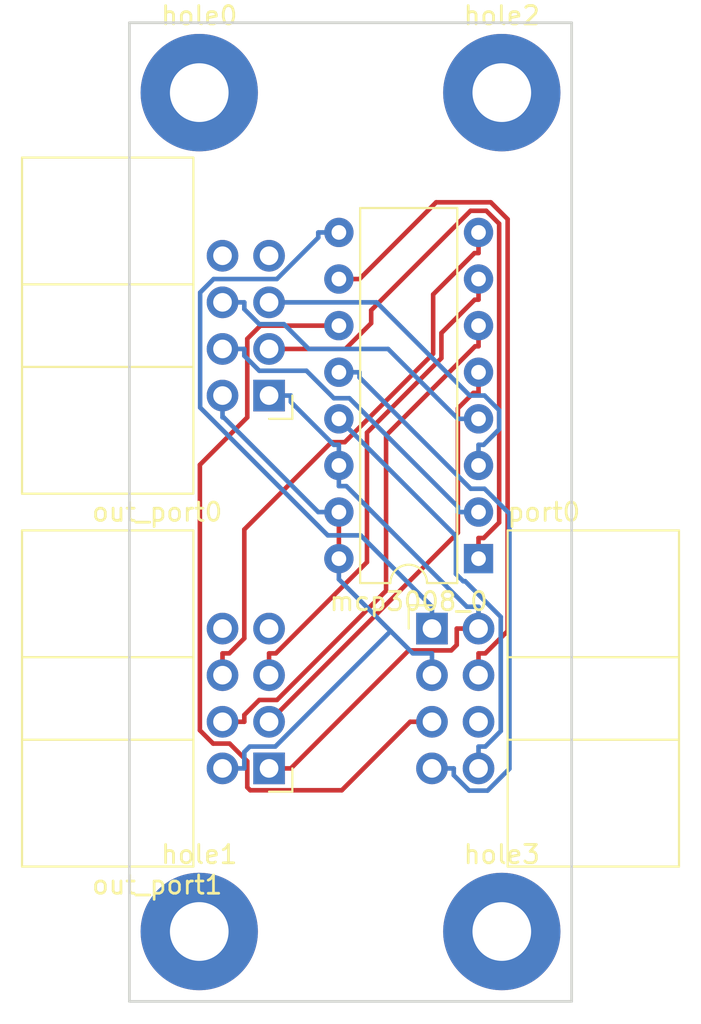
<source format=kicad_pcb>
(kicad_pcb (version 20171130) (host pcbnew 5.1.5)

  (general
    (thickness 1.6)
    (drawings 4)
    (tracks 151)
    (zones 0)
    (modules 8)
    (nets 16)
  )

  (page A4)
  (layers
    (0 F.Cu signal)
    (31 B.Cu signal)
    (32 B.Adhes user)
    (33 F.Adhes user)
    (34 B.Paste user)
    (35 F.Paste user)
    (36 B.SilkS user)
    (37 F.SilkS user)
    (38 B.Mask user)
    (39 F.Mask user)
    (40 Dwgs.User user)
    (41 Cmts.User user)
    (42 Eco1.User user)
    (43 Eco2.User user)
    (44 Edge.Cuts user)
    (45 Margin user)
    (46 B.CrtYd user)
    (47 F.CrtYd user)
    (48 B.Fab user)
    (49 F.Fab user)
  )

  (setup
    (last_trace_width 0.25)
    (trace_clearance 0.2)
    (zone_clearance 0.508)
    (zone_45_only no)
    (trace_min 0.2)
    (via_size 0.8)
    (via_drill 0.4)
    (via_min_size 0.4)
    (via_min_drill 0.3)
    (uvia_size 0.3)
    (uvia_drill 0.1)
    (uvias_allowed no)
    (uvia_min_size 0.2)
    (uvia_min_drill 0.1)
    (edge_width 0.15)
    (segment_width 0.2)
    (pcb_text_width 0.3)
    (pcb_text_size 1.5 1.5)
    (mod_edge_width 0.15)
    (mod_text_size 1 1)
    (mod_text_width 0.15)
    (pad_size 1.524 1.524)
    (pad_drill 0.762)
    (pad_to_mask_clearance 0.051)
    (solder_mask_min_width 0.25)
    (aux_axis_origin 0 0)
    (visible_elements 7FFFFFFF)
    (pcbplotparams
      (layerselection 0x010fc_ffffffff)
      (usegerberextensions false)
      (usegerberattributes false)
      (usegerberadvancedattributes false)
      (creategerberjobfile false)
      (excludeedgelayer true)
      (linewidth 0.100000)
      (plotframeref false)
      (viasonmask false)
      (mode 1)
      (useauxorigin false)
      (hpglpennumber 1)
      (hpglpenspeed 20)
      (hpglpendiameter 15.000000)
      (psnegative false)
      (psa4output false)
      (plotreference true)
      (plotvalue true)
      (plotinvisibletext false)
      (padsonsilk false)
      (subtractmaskfromsilk false)
      (outputformat 1)
      (mirror false)
      (drillshape 1)
      (scaleselection 1)
      (outputdirectory ""))
  )

  (net 0 "")
  (net 1 3.3v)
  (net 2 slider0)
  (net 3 agnd)
  (net 4 slider4)
  (net 5 slider1)
  (net 6 slider5)
  (net 7 slider2)
  (net 8 slider6)
  (net 9 slider3)
  (net 10 slider7)
  (net 11 gnd)
  (net 12 cs3008)
  (net 13 mosi)
  (net 14 miso)
  (net 15 sck)

  (net_class Default "This is the default net class."
    (clearance 0.2)
    (trace_width 0.25)
    (via_dia 0.8)
    (via_drill 0.4)
    (uvia_dia 0.3)
    (uvia_drill 0.1)
    (add_net 3.3v)
    (add_net agnd)
    (add_net cs3008)
    (add_net gnd)
    (add_net miso)
    (add_net mosi)
    (add_net sck)
    (add_net slider0)
    (add_net slider1)
    (add_net slider2)
    (add_net slider3)
    (add_net slider4)
    (add_net slider5)
    (add_net slider6)
    (add_net slider7)
  )

  (module Connector_IDC:IDC-Header_2x04_P2.54mm_Horizontal (layer F.Cu) (tedit 59DE1EC1) (tstamp 5E418010)
    (at 166.37 76.2 180)
    (descr "Through hole angled IDC box header, 2x04, 2.54mm pitch, double rows")
    (tags "Through hole IDC box header THT 2x04 2.54mm double row")
    (path /5CA51B0A/5E41CCB9)
    (fp_text reference out_port1 (at 6.105 -6.35) (layer F.SilkS)
      (effects (font (size 1 1) (thickness 0.15)))
    )
    (fp_text value Conn_02x04_Odd_Even (at 6.105 13.97) (layer F.Fab)
      (effects (font (size 1 1) (thickness 0.15)))
    )
    (fp_line (start 13.48 12.97) (end -1.12 12.97) (layer F.CrtYd) (width 0.05))
    (fp_line (start 13.48 -5.35) (end 13.48 12.97) (layer F.CrtYd) (width 0.05))
    (fp_line (start -1.12 12.97) (end -1.12 -5.35) (layer F.CrtYd) (width 0.05))
    (fp_line (start -1.12 -5.35) (end 13.48 -5.35) (layer F.CrtYd) (width 0.05))
    (fp_line (start 4.13 6.06) (end 13.48 6.06) (layer F.SilkS) (width 0.12))
    (fp_line (start 4.13 12.97) (end 4.13 -5.35) (layer F.SilkS) (width 0.12))
    (fp_line (start 4.13 12.97) (end 13.48 12.97) (layer F.SilkS) (width 0.12))
    (fp_line (start 4.13 1.56) (end 13.48 1.56) (layer F.SilkS) (width 0.12))
    (fp_line (start 4.13 -5.35) (end 13.48 -5.35) (layer F.SilkS) (width 0.12))
    (fp_line (start 13.48 -5.35) (end 13.48 12.97) (layer F.SilkS) (width 0.12))
    (fp_line (start 0 -1.27) (end -1.27 -1.27) (layer F.SilkS) (width 0.12))
    (fp_line (start -1.27 -1.27) (end -1.27 0) (layer F.SilkS) (width 0.12))
    (fp_line (start 5.38 -5.1) (end 13.23 -5.1) (layer F.Fab) (width 0.1))
    (fp_line (start 4.38 7.3) (end -0.32 7.3) (layer F.Fab) (width 0.1))
    (fp_line (start 4.38 6.06) (end 13.23 6.06) (layer F.Fab) (width 0.1))
    (fp_line (start 4.38 4.76) (end -0.32 4.76) (layer F.Fab) (width 0.1))
    (fp_line (start 4.38 2.22) (end -0.32 2.22) (layer F.Fab) (width 0.1))
    (fp_line (start 4.38 12.72) (end 4.38 -4.1) (layer F.Fab) (width 0.1))
    (fp_line (start 4.38 12.72) (end 13.23 12.72) (layer F.Fab) (width 0.1))
    (fp_line (start 4.38 1.56) (end 13.23 1.56) (layer F.Fab) (width 0.1))
    (fp_line (start 4.38 -4.1) (end 5.38 -5.1) (layer F.Fab) (width 0.1))
    (fp_line (start 4.38 -0.32) (end -0.32 -0.32) (layer F.Fab) (width 0.1))
    (fp_line (start 13.23 12.72) (end 13.23 -5.1) (layer F.Fab) (width 0.1))
    (fp_line (start -0.32 7.94) (end 4.38 7.94) (layer F.Fab) (width 0.1))
    (fp_line (start -0.32 7.3) (end -0.32 7.94) (layer F.Fab) (width 0.1))
    (fp_line (start -0.32 5.4) (end 4.38 5.4) (layer F.Fab) (width 0.1))
    (fp_line (start -0.32 4.76) (end -0.32 5.4) (layer F.Fab) (width 0.1))
    (fp_line (start -0.32 2.86) (end 4.38 2.86) (layer F.Fab) (width 0.1))
    (fp_line (start -0.32 2.22) (end -0.32 2.86) (layer F.Fab) (width 0.1))
    (fp_line (start -0.32 0.32) (end 4.38 0.32) (layer F.Fab) (width 0.1))
    (fp_line (start -0.32 -0.32) (end -0.32 0.32) (layer F.Fab) (width 0.1))
    (fp_text user %R (at 8.805 3.81 90) (layer F.Fab)
      (effects (font (size 1 1) (thickness 0.15)))
    )
    (pad 8 thru_hole oval (at 2.54 7.62 180) (size 1.7272 1.7272) (drill 1.016) (layers *.Cu *.Mask))
    (pad 7 thru_hole oval (at 0 7.62 180) (size 1.7272 1.7272) (drill 1.016) (layers *.Cu *.Mask))
    (pad 6 thru_hole oval (at 2.54 5.08 180) (size 1.7272 1.7272) (drill 1.016) (layers *.Cu *.Mask)
      (net 10 slider7))
    (pad 5 thru_hole oval (at 0 5.08 180) (size 1.7272 1.7272) (drill 1.016) (layers *.Cu *.Mask)
      (net 8 slider6))
    (pad 4 thru_hole oval (at 2.54 2.54 180) (size 1.7272 1.7272) (drill 1.016) (layers *.Cu *.Mask)
      (net 6 slider5))
    (pad 3 thru_hole oval (at 0 2.54 180) (size 1.7272 1.7272) (drill 1.016) (layers *.Cu *.Mask)
      (net 4 slider4))
    (pad 2 thru_hole oval (at 2.54 0 180) (size 1.7272 1.7272) (drill 1.016) (layers *.Cu *.Mask)
      (net 1 3.3v))
    (pad 1 thru_hole rect (at 0 0 180) (size 1.7272 1.7272) (drill 1.016) (layers *.Cu *.Mask)
      (net 3 agnd))
    (model ${KISYS3DMOD}/Connector_IDC.3dshapes/IDC-Header_2x04_P2.54mm_Horizontal.wrl
      (at (xyz 0 0 0))
      (scale (xyz 1 1 1))
      (rotate (xyz 0 0 0))
    )
  )

  (module Connector_IDC:IDC-Header_2x04_P2.54mm_Horizontal (layer F.Cu) (tedit 59DE1EC1) (tstamp 5E417FE4)
    (at 166.37 55.88 180)
    (descr "Through hole angled IDC box header, 2x04, 2.54mm pitch, double rows")
    (tags "Through hole IDC box header THT 2x04 2.54mm double row")
    (path /5CA51B0A/5E41C802)
    (fp_text reference out_port0 (at 6.105 -6.35) (layer F.SilkS)
      (effects (font (size 1 1) (thickness 0.15)))
    )
    (fp_text value Conn_02x04_Odd_Even (at 6.105 13.97) (layer F.Fab)
      (effects (font (size 1 1) (thickness 0.15)))
    )
    (fp_line (start 13.48 12.97) (end -1.12 12.97) (layer F.CrtYd) (width 0.05))
    (fp_line (start 13.48 -5.35) (end 13.48 12.97) (layer F.CrtYd) (width 0.05))
    (fp_line (start -1.12 12.97) (end -1.12 -5.35) (layer F.CrtYd) (width 0.05))
    (fp_line (start -1.12 -5.35) (end 13.48 -5.35) (layer F.CrtYd) (width 0.05))
    (fp_line (start 4.13 6.06) (end 13.48 6.06) (layer F.SilkS) (width 0.12))
    (fp_line (start 4.13 12.97) (end 4.13 -5.35) (layer F.SilkS) (width 0.12))
    (fp_line (start 4.13 12.97) (end 13.48 12.97) (layer F.SilkS) (width 0.12))
    (fp_line (start 4.13 1.56) (end 13.48 1.56) (layer F.SilkS) (width 0.12))
    (fp_line (start 4.13 -5.35) (end 13.48 -5.35) (layer F.SilkS) (width 0.12))
    (fp_line (start 13.48 -5.35) (end 13.48 12.97) (layer F.SilkS) (width 0.12))
    (fp_line (start 0 -1.27) (end -1.27 -1.27) (layer F.SilkS) (width 0.12))
    (fp_line (start -1.27 -1.27) (end -1.27 0) (layer F.SilkS) (width 0.12))
    (fp_line (start 5.38 -5.1) (end 13.23 -5.1) (layer F.Fab) (width 0.1))
    (fp_line (start 4.38 7.3) (end -0.32 7.3) (layer F.Fab) (width 0.1))
    (fp_line (start 4.38 6.06) (end 13.23 6.06) (layer F.Fab) (width 0.1))
    (fp_line (start 4.38 4.76) (end -0.32 4.76) (layer F.Fab) (width 0.1))
    (fp_line (start 4.38 2.22) (end -0.32 2.22) (layer F.Fab) (width 0.1))
    (fp_line (start 4.38 12.72) (end 4.38 -4.1) (layer F.Fab) (width 0.1))
    (fp_line (start 4.38 12.72) (end 13.23 12.72) (layer F.Fab) (width 0.1))
    (fp_line (start 4.38 1.56) (end 13.23 1.56) (layer F.Fab) (width 0.1))
    (fp_line (start 4.38 -4.1) (end 5.38 -5.1) (layer F.Fab) (width 0.1))
    (fp_line (start 4.38 -0.32) (end -0.32 -0.32) (layer F.Fab) (width 0.1))
    (fp_line (start 13.23 12.72) (end 13.23 -5.1) (layer F.Fab) (width 0.1))
    (fp_line (start -0.32 7.94) (end 4.38 7.94) (layer F.Fab) (width 0.1))
    (fp_line (start -0.32 7.3) (end -0.32 7.94) (layer F.Fab) (width 0.1))
    (fp_line (start -0.32 5.4) (end 4.38 5.4) (layer F.Fab) (width 0.1))
    (fp_line (start -0.32 4.76) (end -0.32 5.4) (layer F.Fab) (width 0.1))
    (fp_line (start -0.32 2.86) (end 4.38 2.86) (layer F.Fab) (width 0.1))
    (fp_line (start -0.32 2.22) (end -0.32 2.86) (layer F.Fab) (width 0.1))
    (fp_line (start -0.32 0.32) (end 4.38 0.32) (layer F.Fab) (width 0.1))
    (fp_line (start -0.32 -0.32) (end -0.32 0.32) (layer F.Fab) (width 0.1))
    (fp_text user %R (at 8.805 3.81 90) (layer F.Fab)
      (effects (font (size 1 1) (thickness 0.15)))
    )
    (pad 8 thru_hole oval (at 2.54 7.62 180) (size 1.7272 1.7272) (drill 1.016) (layers *.Cu *.Mask))
    (pad 7 thru_hole oval (at 0 7.62 180) (size 1.7272 1.7272) (drill 1.016) (layers *.Cu *.Mask))
    (pad 6 thru_hole oval (at 2.54 5.08 180) (size 1.7272 1.7272) (drill 1.016) (layers *.Cu *.Mask)
      (net 9 slider3))
    (pad 5 thru_hole oval (at 0 5.08 180) (size 1.7272 1.7272) (drill 1.016) (layers *.Cu *.Mask)
      (net 7 slider2))
    (pad 4 thru_hole oval (at 2.54 2.54 180) (size 1.7272 1.7272) (drill 1.016) (layers *.Cu *.Mask)
      (net 5 slider1))
    (pad 3 thru_hole oval (at 0 2.54 180) (size 1.7272 1.7272) (drill 1.016) (layers *.Cu *.Mask)
      (net 2 slider0))
    (pad 2 thru_hole oval (at 2.54 0 180) (size 1.7272 1.7272) (drill 1.016) (layers *.Cu *.Mask)
      (net 1 3.3v))
    (pad 1 thru_hole rect (at 0 0 180) (size 1.7272 1.7272) (drill 1.016) (layers *.Cu *.Mask)
      (net 3 agnd))
    (model ${KISYS3DMOD}/Connector_IDC.3dshapes/IDC-Header_2x04_P2.54mm_Horizontal.wrl
      (at (xyz 0 0 0))
      (scale (xyz 1 1 1))
      (rotate (xyz 0 0 0))
    )
  )

  (module Connector_IDC:IDC-Header_2x04_P2.54mm_Horizontal (layer F.Cu) (tedit 59DE1EC1) (tstamp 5CB0FFE5)
    (at 175.26 68.58)
    (descr "Through hole angled IDC box header, 2x04, 2.54mm pitch, double rows")
    (tags "Through hole IDC box header THT 2x04 2.54mm double row")
    (path /5CA51B04/5C906725)
    (fp_text reference port0 (at 6.105 -6.35 -180) (layer F.SilkS)
      (effects (font (size 1 1) (thickness 0.15)))
    )
    (fp_text value Conn_02x04_Odd_Even (at 6.105 13.97 -180) (layer F.Fab)
      (effects (font (size 1 1) (thickness 0.15)))
    )
    (fp_text user %R (at 8.805 3.81 90) (layer F.Fab)
      (effects (font (size 1 1) (thickness 0.15)))
    )
    (fp_line (start -0.32 -0.32) (end -0.32 0.32) (layer F.Fab) (width 0.1))
    (fp_line (start -0.32 0.32) (end 4.38 0.32) (layer F.Fab) (width 0.1))
    (fp_line (start -0.32 2.22) (end -0.32 2.86) (layer F.Fab) (width 0.1))
    (fp_line (start -0.32 2.86) (end 4.38 2.86) (layer F.Fab) (width 0.1))
    (fp_line (start -0.32 4.76) (end -0.32 5.4) (layer F.Fab) (width 0.1))
    (fp_line (start -0.32 5.4) (end 4.38 5.4) (layer F.Fab) (width 0.1))
    (fp_line (start -0.32 7.3) (end -0.32 7.94) (layer F.Fab) (width 0.1))
    (fp_line (start -0.32 7.94) (end 4.38 7.94) (layer F.Fab) (width 0.1))
    (fp_line (start 13.23 12.72) (end 13.23 -5.1) (layer F.Fab) (width 0.1))
    (fp_line (start 4.38 -0.32) (end -0.32 -0.32) (layer F.Fab) (width 0.1))
    (fp_line (start 4.38 -4.1) (end 5.38 -5.1) (layer F.Fab) (width 0.1))
    (fp_line (start 4.38 1.56) (end 13.23 1.56) (layer F.Fab) (width 0.1))
    (fp_line (start 4.38 12.72) (end 13.23 12.72) (layer F.Fab) (width 0.1))
    (fp_line (start 4.38 12.72) (end 4.38 -4.1) (layer F.Fab) (width 0.1))
    (fp_line (start 4.38 2.22) (end -0.32 2.22) (layer F.Fab) (width 0.1))
    (fp_line (start 4.38 4.76) (end -0.32 4.76) (layer F.Fab) (width 0.1))
    (fp_line (start 4.38 6.06) (end 13.23 6.06) (layer F.Fab) (width 0.1))
    (fp_line (start 4.38 7.3) (end -0.32 7.3) (layer F.Fab) (width 0.1))
    (fp_line (start 5.38 -5.1) (end 13.23 -5.1) (layer F.Fab) (width 0.1))
    (fp_line (start -1.27 -1.27) (end -1.27 0) (layer F.SilkS) (width 0.12))
    (fp_line (start 0 -1.27) (end -1.27 -1.27) (layer F.SilkS) (width 0.12))
    (fp_line (start 13.48 -5.35) (end 13.48 12.97) (layer F.SilkS) (width 0.12))
    (fp_line (start 4.13 -5.35) (end 13.48 -5.35) (layer F.SilkS) (width 0.12))
    (fp_line (start 4.13 1.56) (end 13.48 1.56) (layer F.SilkS) (width 0.12))
    (fp_line (start 4.13 12.97) (end 13.48 12.97) (layer F.SilkS) (width 0.12))
    (fp_line (start 4.13 12.97) (end 4.13 -5.35) (layer F.SilkS) (width 0.12))
    (fp_line (start 4.13 6.06) (end 13.48 6.06) (layer F.SilkS) (width 0.12))
    (fp_line (start -1.12 -5.35) (end 13.48 -5.35) (layer F.CrtYd) (width 0.05))
    (fp_line (start -1.12 12.97) (end -1.12 -5.35) (layer F.CrtYd) (width 0.05))
    (fp_line (start 13.48 -5.35) (end 13.48 12.97) (layer F.CrtYd) (width 0.05))
    (fp_line (start 13.48 12.97) (end -1.12 12.97) (layer F.CrtYd) (width 0.05))
    (pad 1 thru_hole rect (at 0 0) (size 1.7272 1.7272) (drill 1.016) (layers *.Cu *.Mask)
      (net 11 gnd))
    (pad 2 thru_hole oval (at 2.54 0) (size 1.7272 1.7272) (drill 1.016) (layers *.Cu *.Mask)
      (net 3 agnd))
    (pad 3 thru_hole oval (at 0 2.54) (size 1.7272 1.7272) (drill 1.016) (layers *.Cu *.Mask)
      (net 1 3.3v))
    (pad 4 thru_hole oval (at 2.54 2.54) (size 1.7272 1.7272) (drill 1.016) (layers *.Cu *.Mask)
      (net 12 cs3008))
    (pad 5 thru_hole oval (at 0 5.08) (size 1.7272 1.7272) (drill 1.016) (layers *.Cu *.Mask)
      (net 13 mosi))
    (pad 6 thru_hole oval (at 2.54 5.08) (size 1.7272 1.7272) (drill 1.016) (layers *.Cu *.Mask))
    (pad 7 thru_hole oval (at 0 7.62) (size 1.7272 1.7272) (drill 1.016) (layers *.Cu *.Mask)
      (net 14 miso))
    (pad 8 thru_hole oval (at 2.54 7.62) (size 1.7272 1.7272) (drill 1.016) (layers *.Cu *.Mask)
      (net 15 sck))
    (model ${KISYS3DMOD}/Connector_IDC.3dshapes/IDC-Header_2x04_P2.54mm_Horizontal.wrl
      (at (xyz 0 0 0))
      (scale (xyz 1 1 1))
      (rotate (xyz 0 0 0))
    )
  )

  (module Package_DIP:DIP-16_W7.62mm (layer F.Cu) (tedit 5A02E8C5) (tstamp 5CB0FF81)
    (at 177.8 64.77 180)
    (descr "16-lead though-hole mounted DIP package, row spacing 7.62 mm (300 mils)")
    (tags "THT DIP DIL PDIP 2.54mm 7.62mm 300mil")
    (path /5CA51B07/5C9070DE)
    (fp_text reference mcp3008_0 (at 3.81 -2.33) (layer F.SilkS)
      (effects (font (size 1 1) (thickness 0.15)))
    )
    (fp_text value MCP3008 (at 3.81 20.11) (layer F.Fab)
      (effects (font (size 1 1) (thickness 0.15)))
    )
    (fp_arc (start 3.81 -1.33) (end 2.81 -1.33) (angle -180) (layer F.SilkS) (width 0.12))
    (fp_line (start 1.635 -1.27) (end 6.985 -1.27) (layer F.Fab) (width 0.1))
    (fp_line (start 6.985 -1.27) (end 6.985 19.05) (layer F.Fab) (width 0.1))
    (fp_line (start 6.985 19.05) (end 0.635 19.05) (layer F.Fab) (width 0.1))
    (fp_line (start 0.635 19.05) (end 0.635 -0.27) (layer F.Fab) (width 0.1))
    (fp_line (start 0.635 -0.27) (end 1.635 -1.27) (layer F.Fab) (width 0.1))
    (fp_line (start 2.81 -1.33) (end 1.16 -1.33) (layer F.SilkS) (width 0.12))
    (fp_line (start 1.16 -1.33) (end 1.16 19.11) (layer F.SilkS) (width 0.12))
    (fp_line (start 1.16 19.11) (end 6.46 19.11) (layer F.SilkS) (width 0.12))
    (fp_line (start 6.46 19.11) (end 6.46 -1.33) (layer F.SilkS) (width 0.12))
    (fp_line (start 6.46 -1.33) (end 4.81 -1.33) (layer F.SilkS) (width 0.12))
    (fp_line (start -1.1 -1.55) (end -1.1 19.3) (layer F.CrtYd) (width 0.05))
    (fp_line (start -1.1 19.3) (end 8.7 19.3) (layer F.CrtYd) (width 0.05))
    (fp_line (start 8.7 19.3) (end 8.7 -1.55) (layer F.CrtYd) (width 0.05))
    (fp_line (start 8.7 -1.55) (end -1.1 -1.55) (layer F.CrtYd) (width 0.05))
    (fp_text user %R (at 3.81 8.89) (layer F.Fab)
      (effects (font (size 1 1) (thickness 0.15)))
    )
    (pad 1 thru_hole rect (at 0 0 180) (size 1.6 1.6) (drill 0.8) (layers *.Cu *.Mask)
      (net 2 slider0))
    (pad 9 thru_hole oval (at 7.62 17.78 180) (size 1.6 1.6) (drill 0.8) (layers *.Cu *.Mask)
      (net 11 gnd))
    (pad 2 thru_hole oval (at 0 2.54 180) (size 1.6 1.6) (drill 0.8) (layers *.Cu *.Mask)
      (net 5 slider1))
    (pad 10 thru_hole oval (at 7.62 15.24 180) (size 1.6 1.6) (drill 0.8) (layers *.Cu *.Mask)
      (net 12 cs3008))
    (pad 3 thru_hole oval (at 0 5.08 180) (size 1.6 1.6) (drill 0.8) (layers *.Cu *.Mask)
      (net 7 slider2))
    (pad 11 thru_hole oval (at 7.62 12.7 180) (size 1.6 1.6) (drill 0.8) (layers *.Cu *.Mask)
      (net 13 mosi))
    (pad 4 thru_hole oval (at 0 7.62 180) (size 1.6 1.6) (drill 0.8) (layers *.Cu *.Mask)
      (net 9 slider3))
    (pad 12 thru_hole oval (at 7.62 10.16 180) (size 1.6 1.6) (drill 0.8) (layers *.Cu *.Mask)
      (net 14 miso))
    (pad 5 thru_hole oval (at 0 10.16 180) (size 1.6 1.6) (drill 0.8) (layers *.Cu *.Mask)
      (net 4 slider4))
    (pad 13 thru_hole oval (at 7.62 7.62 180) (size 1.6 1.6) (drill 0.8) (layers *.Cu *.Mask)
      (net 15 sck))
    (pad 6 thru_hole oval (at 0 12.7 180) (size 1.6 1.6) (drill 0.8) (layers *.Cu *.Mask)
      (net 6 slider5))
    (pad 14 thru_hole oval (at 7.62 5.08 180) (size 1.6 1.6) (drill 0.8) (layers *.Cu *.Mask)
      (net 3 agnd))
    (pad 7 thru_hole oval (at 0 15.24 180) (size 1.6 1.6) (drill 0.8) (layers *.Cu *.Mask)
      (net 8 slider6))
    (pad 15 thru_hole oval (at 7.62 2.54 180) (size 1.6 1.6) (drill 0.8) (layers *.Cu *.Mask)
      (net 1 3.3v))
    (pad 8 thru_hole oval (at 0 17.78 180) (size 1.6 1.6) (drill 0.8) (layers *.Cu *.Mask)
      (net 10 slider7))
    (pad 16 thru_hole oval (at 7.62 0 180) (size 1.6 1.6) (drill 0.8) (layers *.Cu *.Mask)
      (net 1 3.3v))
    (model ${KISYS3DMOD}/Package_DIP.3dshapes/DIP-16_W7.62mm.wrl
      (at (xyz 0 0 0))
      (scale (xyz 1 1 1))
      (rotate (xyz 0 0 0))
    )
  )

  (module MountingHole:MountingHole_3.2mm_M3_Pad (layer F.Cu) (tedit 56D1B4CB) (tstamp 5CA53725)
    (at 162.56 39.37)
    (descr "Mounting Hole 3.2mm, M3")
    (tags "mounting hole 3.2mm m3")
    (path /5CA51B0D/5CA49C86)
    (attr virtual)
    (fp_text reference hole0 (at 0 -4.2) (layer F.SilkS)
      (effects (font (size 1 1) (thickness 0.15)))
    )
    (fp_text value MountingHole (at 0 4.2) (layer F.Fab)
      (effects (font (size 1 1) (thickness 0.15)))
    )
    (fp_text user %R (at 0.3 0) (layer F.Fab)
      (effects (font (size 1 1) (thickness 0.15)))
    )
    (fp_circle (center 0 0) (end 3.2 0) (layer Cmts.User) (width 0.15))
    (fp_circle (center 0 0) (end 3.45 0) (layer F.CrtYd) (width 0.05))
    (pad 1 thru_hole circle (at 0 0) (size 6.4 6.4) (drill 3.2) (layers *.Cu *.Mask))
  )

  (module MountingHole:MountingHole_3.2mm_M3_Pad (layer F.Cu) (tedit 56D1B4CB) (tstamp 5CA529BF)
    (at 179.07 85.09)
    (descr "Mounting Hole 3.2mm, M3")
    (tags "mounting hole 3.2mm m3")
    (path /5CA51B0D/5CA49FD9)
    (attr virtual)
    (fp_text reference hole3 (at 0 -4.2) (layer F.SilkS)
      (effects (font (size 1 1) (thickness 0.15)))
    )
    (fp_text value MountingHole (at 0 4.2) (layer F.Fab)
      (effects (font (size 1 1) (thickness 0.15)))
    )
    (fp_text user %R (at 0.3 0) (layer F.Fab)
      (effects (font (size 1 1) (thickness 0.15)))
    )
    (fp_circle (center 0 0) (end 3.2 0) (layer Cmts.User) (width 0.15))
    (fp_circle (center 0 0) (end 3.45 0) (layer F.CrtYd) (width 0.05))
    (pad 1 thru_hole circle (at 0 0) (size 6.4 6.4) (drill 3.2) (layers *.Cu *.Mask))
  )

  (module MountingHole:MountingHole_3.2mm_M3_Pad (layer F.Cu) (tedit 56D1B4CB) (tstamp 5CA529B7)
    (at 179.07 39.37)
    (descr "Mounting Hole 3.2mm, M3")
    (tags "mounting hole 3.2mm m3")
    (path /5CA51B0D/5CA49F6C)
    (attr virtual)
    (fp_text reference hole2 (at 0 -4.2) (layer F.SilkS)
      (effects (font (size 1 1) (thickness 0.15)))
    )
    (fp_text value MountingHole (at 0 4.2) (layer F.Fab)
      (effects (font (size 1 1) (thickness 0.15)))
    )
    (fp_circle (center 0 0) (end 3.45 0) (layer F.CrtYd) (width 0.05))
    (fp_circle (center 0 0) (end 3.2 0) (layer Cmts.User) (width 0.15))
    (fp_text user %R (at 0.3 0) (layer F.Fab)
      (effects (font (size 1 1) (thickness 0.15)))
    )
    (pad 1 thru_hole circle (at 0 0) (size 6.4 6.4) (drill 3.2) (layers *.Cu *.Mask))
  )

  (module MountingHole:MountingHole_3.2mm_M3_Pad (layer F.Cu) (tedit 56D1B4CB) (tstamp 5CA529AF)
    (at 162.56 85.09)
    (descr "Mounting Hole 3.2mm, M3")
    (tags "mounting hole 3.2mm m3")
    (path /5CA51B0D/5CA49F1E)
    (attr virtual)
    (fp_text reference hole1 (at 0 -4.2) (layer F.SilkS)
      (effects (font (size 1 1) (thickness 0.15)))
    )
    (fp_text value MountingHole (at 0 4.2) (layer F.Fab)
      (effects (font (size 1 1) (thickness 0.15)))
    )
    (fp_text user %R (at 0.3 0) (layer F.Fab)
      (effects (font (size 1 1) (thickness 0.15)))
    )
    (fp_circle (center 0 0) (end 3.2 0) (layer Cmts.User) (width 0.15))
    (fp_circle (center 0 0) (end 3.45 0) (layer F.CrtYd) (width 0.05))
    (pad 1 thru_hole circle (at 0 0) (size 6.4 6.4) (drill 3.2) (layers *.Cu *.Mask))
  )

  (gr_line (start 158.75 88.9) (end 158.75 35.56) (angle 90) (layer Edge.Cuts) (width 0.15))
  (gr_line (start 182.88 88.9) (end 158.75 88.9) (angle 90) (layer Edge.Cuts) (width 0.15))
  (gr_line (start 182.88 35.56) (end 182.88 88.9) (angle 90) (layer Edge.Cuts) (width 0.15))
  (gr_line (start 158.75 35.56) (end 182.88 35.56) (angle 90) (layer Edge.Cuts) (width 0.15))

  (segment (start 173.0032 68.7184) (end 174.2158 69.9311) (width 0.25) (layer B.Cu) (net 1))
  (segment (start 174.2158 69.9311) (end 175.26 69.9311) (width 0.25) (layer B.Cu) (net 1))
  (segment (start 170.18 65.8953) (end 173.0032 68.7184) (width 0.25) (layer B.Cu) (net 1))
  (segment (start 173.0032 68.7184) (end 166.7105 75.0111) (width 0.25) (layer B.Cu) (net 1))
  (segment (start 166.7105 75.0111) (end 165.3161 75.0111) (width 0.25) (layer B.Cu) (net 1))
  (segment (start 165.3161 75.0111) (end 165.0189 75.3083) (width 0.25) (layer B.Cu) (net 1))
  (segment (start 165.0189 75.3083) (end 165.0189 76.2) (width 0.25) (layer B.Cu) (net 1))
  (segment (start 163.83 76.2) (end 165.0189 76.2) (width 0.25) (layer B.Cu) (net 1))
  (segment (start 170.18 64.77) (end 170.18 65.8953) (width 0.25) (layer B.Cu) (net 1))
  (segment (start 175.26 71.12) (end 175.26 69.9311) (width 0.25) (layer B.Cu) (net 1))
  (segment (start 163.83 55.88) (end 163.83 57.0689) (width 0.25) (layer B.Cu) (net 1))
  (segment (start 170.18 62.23) (end 169.0547 62.23) (width 0.25) (layer B.Cu) (net 1))
  (segment (start 169.0547 62.23) (end 163.8936 57.0689) (width 0.25) (layer B.Cu) (net 1))
  (segment (start 163.8936 57.0689) (end 163.83 57.0689) (width 0.25) (layer B.Cu) (net 1))
  (segment (start 170.18 64.77) (end 170.18 62.23) (width 0.25) (layer F.Cu) (net 1))
  (segment (start 177.8 64.77) (end 177.8 63.6447) (width 0.25) (layer F.Cu) (net 2))
  (segment (start 177.8 63.6447) (end 178.0813 63.6447) (width 0.25) (layer F.Cu) (net 2))
  (segment (start 178.0813 63.6447) (end 178.926 62.8) (width 0.25) (layer F.Cu) (net 2))
  (segment (start 178.926 62.8) (end 178.926 46.5143) (width 0.25) (layer F.Cu) (net 2))
  (segment (start 178.926 46.5143) (end 178.2223 45.8106) (width 0.25) (layer F.Cu) (net 2))
  (segment (start 178.2223 45.8106) (end 177.3627 45.8106) (width 0.25) (layer F.Cu) (net 2))
  (segment (start 177.3627 45.8106) (end 171.9419 51.2314) (width 0.25) (layer F.Cu) (net 2))
  (segment (start 171.9419 51.2314) (end 171.9419 51.936) (width 0.25) (layer F.Cu) (net 2))
  (segment (start 171.9419 51.936) (end 170.5379 53.34) (width 0.25) (layer F.Cu) (net 2))
  (segment (start 170.5379 53.34) (end 166.37 53.34) (width 0.25) (layer F.Cu) (net 2))
  (segment (start 170.18 60.8153) (end 170.5874 60.8153) (width 0.25) (layer B.Cu) (net 3))
  (segment (start 170.5874 60.8153) (end 177.1632 67.3911) (width 0.25) (layer B.Cu) (net 3))
  (segment (start 177.1632 67.3911) (end 177.8 67.3911) (width 0.25) (layer B.Cu) (net 3))
  (segment (start 166.37 76.2) (end 167.5589 76.2) (width 0.25) (layer F.Cu) (net 3))
  (segment (start 177.8 68.58) (end 176.6111 68.58) (width 0.25) (layer F.Cu) (net 3))
  (segment (start 176.6111 68.58) (end 176.6111 69.4717) (width 0.25) (layer F.Cu) (net 3))
  (segment (start 176.6111 69.4717) (end 176.3139 69.7689) (width 0.25) (layer F.Cu) (net 3))
  (segment (start 176.3139 69.7689) (end 173.99 69.7689) (width 0.25) (layer F.Cu) (net 3))
  (segment (start 173.99 69.7689) (end 167.5589 76.2) (width 0.25) (layer F.Cu) (net 3))
  (segment (start 177.8 68.58) (end 177.8 67.3911) (width 0.25) (layer B.Cu) (net 3))
  (segment (start 170.18 59.69) (end 170.18 58.5647) (width 0.25) (layer B.Cu) (net 3))
  (segment (start 170.18 59.69) (end 170.18 60.8153) (width 0.25) (layer B.Cu) (net 3))
  (segment (start 167.5589 55.88) (end 167.5589 56.2249) (width 0.25) (layer B.Cu) (net 3))
  (segment (start 167.5589 56.2249) (end 169.8987 58.5647) (width 0.25) (layer B.Cu) (net 3))
  (segment (start 169.8987 58.5647) (end 170.18 58.5647) (width 0.25) (layer B.Cu) (net 3))
  (segment (start 166.37 55.88) (end 167.5589 55.88) (width 0.25) (layer B.Cu) (net 3))
  (segment (start 177.8 54.61) (end 177.8 55.7353) (width 0.25) (layer F.Cu) (net 4))
  (segment (start 177.8 55.7353) (end 177.5186 55.7353) (width 0.25) (layer F.Cu) (net 4))
  (segment (start 177.5186 55.7353) (end 176.6747 56.5792) (width 0.25) (layer F.Cu) (net 4))
  (segment (start 176.6747 56.5792) (end 176.6747 63.3553) (width 0.25) (layer F.Cu) (net 4))
  (segment (start 176.6747 63.3553) (end 166.37 73.66) (width 0.25) (layer F.Cu) (net 4))
  (segment (start 163.83 53.34) (end 165.0189 53.34) (width 0.25) (layer B.Cu) (net 5))
  (segment (start 177.8 62.23) (end 176.6747 62.23) (width 0.25) (layer B.Cu) (net 5))
  (segment (start 176.6747 62.23) (end 176.6747 61.9487) (width 0.25) (layer B.Cu) (net 5))
  (segment (start 176.6747 61.9487) (end 170.7506 56.0246) (width 0.25) (layer B.Cu) (net 5))
  (segment (start 170.7506 56.0246) (end 169.9063 56.0246) (width 0.25) (layer B.Cu) (net 5))
  (segment (start 169.9063 56.0246) (end 168.4106 54.5289) (width 0.25) (layer B.Cu) (net 5))
  (segment (start 168.4106 54.5289) (end 165.8362 54.5289) (width 0.25) (layer B.Cu) (net 5))
  (segment (start 165.8362 54.5289) (end 165.0189 53.7116) (width 0.25) (layer B.Cu) (net 5))
  (segment (start 165.0189 53.7116) (end 165.0189 53.34) (width 0.25) (layer B.Cu) (net 5))
  (segment (start 177.8 53.1953) (end 177.6141 53.1953) (width 0.25) (layer F.Cu) (net 6))
  (segment (start 177.6141 53.1953) (end 172.7539 58.0555) (width 0.25) (layer F.Cu) (net 6))
  (segment (start 172.7539 58.0555) (end 172.7539 66.5197) (width 0.25) (layer F.Cu) (net 6))
  (segment (start 172.7539 66.5197) (end 166.8025 72.4711) (width 0.25) (layer F.Cu) (net 6))
  (segment (start 166.8025 72.4711) (end 165.8362 72.4711) (width 0.25) (layer F.Cu) (net 6))
  (segment (start 165.8362 72.4711) (end 165.0189 73.2884) (width 0.25) (layer F.Cu) (net 6))
  (segment (start 165.0189 73.2884) (end 165.0189 73.66) (width 0.25) (layer F.Cu) (net 6))
  (segment (start 163.83 73.66) (end 165.0189 73.66) (width 0.25) (layer F.Cu) (net 6))
  (segment (start 177.8 52.07) (end 177.8 53.1953) (width 0.25) (layer F.Cu) (net 6))
  (segment (start 177.8 59.69) (end 177.8 58.5647) (width 0.25) (layer B.Cu) (net 7))
  (segment (start 177.8 58.5647) (end 178.0813 58.5647) (width 0.25) (layer B.Cu) (net 7))
  (segment (start 178.0813 58.5647) (end 178.9254 57.7206) (width 0.25) (layer B.Cu) (net 7))
  (segment (start 178.9254 57.7206) (end 178.9254 56.6779) (width 0.25) (layer B.Cu) (net 7))
  (segment (start 178.9254 56.6779) (end 178.1275 55.88) (width 0.25) (layer B.Cu) (net 7))
  (segment (start 178.1275 55.88) (end 177.3195 55.88) (width 0.25) (layer B.Cu) (net 7))
  (segment (start 177.3195 55.88) (end 172.2395 50.8) (width 0.25) (layer B.Cu) (net 7))
  (segment (start 172.2395 50.8) (end 166.37 50.8) (width 0.25) (layer B.Cu) (net 7))
  (segment (start 166.37 71.12) (end 166.37 69.9311) (width 0.25) (layer F.Cu) (net 8))
  (segment (start 177.8 49.53) (end 177.8 50.6553) (width 0.25) (layer F.Cu) (net 8))
  (segment (start 177.8 50.6553) (end 177.5922 50.6553) (width 0.25) (layer F.Cu) (net 8))
  (segment (start 177.5922 50.6553) (end 175.7741 52.4734) (width 0.25) (layer F.Cu) (net 8))
  (segment (start 175.7741 52.4734) (end 175.7741 53.8406) (width 0.25) (layer F.Cu) (net 8))
  (segment (start 175.7741 53.8406) (end 171.7132 57.9015) (width 0.25) (layer F.Cu) (net 8))
  (segment (start 171.7132 57.9015) (end 171.7132 64.9594) (width 0.25) (layer F.Cu) (net 8))
  (segment (start 171.7132 64.9594) (end 166.7415 69.9311) (width 0.25) (layer F.Cu) (net 8))
  (segment (start 166.7415 69.9311) (end 166.37 69.9311) (width 0.25) (layer F.Cu) (net 8))
  (segment (start 177.8 57.15) (end 176.6747 57.15) (width 0.25) (layer B.Cu) (net 9))
  (segment (start 163.83 50.8) (end 165.0189 50.8) (width 0.25) (layer B.Cu) (net 9))
  (segment (start 176.6747 57.15) (end 172.8647 53.34) (width 0.25) (layer B.Cu) (net 9))
  (segment (start 172.8647 53.34) (end 168.5334 53.34) (width 0.25) (layer B.Cu) (net 9))
  (segment (start 168.5334 53.34) (end 167.1823 51.9889) (width 0.25) (layer B.Cu) (net 9))
  (segment (start 167.1823 51.9889) (end 165.8362 51.9889) (width 0.25) (layer B.Cu) (net 9))
  (segment (start 165.8362 51.9889) (end 165.0189 51.1716) (width 0.25) (layer B.Cu) (net 9))
  (segment (start 165.0189 51.1716) (end 165.0189 50.8) (width 0.25) (layer B.Cu) (net 9))
  (segment (start 163.83 71.12) (end 163.83 69.9311) (width 0.25) (layer F.Cu) (net 10))
  (segment (start 177.8 46.99) (end 177.8 48.1153) (width 0.25) (layer F.Cu) (net 10))
  (segment (start 177.8 48.1153) (end 177.5783 48.1153) (width 0.25) (layer F.Cu) (net 10))
  (segment (start 177.5783 48.1153) (end 175.3237 50.3699) (width 0.25) (layer F.Cu) (net 10))
  (segment (start 175.3237 50.3699) (end 175.3237 53.5979) (width 0.25) (layer F.Cu) (net 10))
  (segment (start 175.3237 53.5979) (end 170.5016 58.42) (width 0.25) (layer F.Cu) (net 10))
  (segment (start 170.5016 58.42) (end 169.778 58.42) (width 0.25) (layer F.Cu) (net 10))
  (segment (start 169.778 58.42) (end 165.0189 63.1791) (width 0.25) (layer F.Cu) (net 10))
  (segment (start 165.0189 63.1791) (end 165.0189 69.1138) (width 0.25) (layer F.Cu) (net 10))
  (segment (start 165.0189 69.1138) (end 164.2016 69.9311) (width 0.25) (layer F.Cu) (net 10))
  (segment (start 164.2016 69.9311) (end 163.83 69.9311) (width 0.25) (layer F.Cu) (net 10))
  (segment (start 175.26 68.58) (end 175.26 67.3911) (width 0.25) (layer B.Cu) (net 11))
  (segment (start 170.18 46.99) (end 169.0547 46.99) (width 0.25) (layer B.Cu) (net 11))
  (segment (start 169.0547 46.99) (end 169.0547 47.2713) (width 0.25) (layer B.Cu) (net 11))
  (segment (start 169.0547 47.2713) (end 166.796 49.53) (width 0.25) (layer B.Cu) (net 11))
  (segment (start 166.796 49.53) (end 163.344 49.53) (width 0.25) (layer B.Cu) (net 11))
  (segment (start 163.344 49.53) (end 162.6083 50.2657) (width 0.25) (layer B.Cu) (net 11))
  (segment (start 162.6083 50.2657) (end 162.6083 56.5333) (width 0.25) (layer B.Cu) (net 11))
  (segment (start 162.6083 56.5333) (end 169.575 63.5) (width 0.25) (layer B.Cu) (net 11))
  (segment (start 169.575 63.5) (end 171.3689 63.5) (width 0.25) (layer B.Cu) (net 11))
  (segment (start 171.3689 63.5) (end 175.26 67.3911) (width 0.25) (layer B.Cu) (net 11))
  (segment (start 177.8 71.12) (end 177.8 69.9311) (width 0.25) (layer F.Cu) (net 12))
  (segment (start 170.18 49.53) (end 171.3053 49.53) (width 0.25) (layer F.Cu) (net 12))
  (segment (start 171.3053 49.53) (end 175.4876 45.3477) (width 0.25) (layer F.Cu) (net 12))
  (segment (start 175.4876 45.3477) (end 178.4674 45.3477) (width 0.25) (layer F.Cu) (net 12))
  (segment (start 178.4674 45.3477) (end 179.3882 46.2685) (width 0.25) (layer F.Cu) (net 12))
  (segment (start 179.3882 46.2685) (end 179.3882 68.7144) (width 0.25) (layer F.Cu) (net 12))
  (segment (start 179.3882 68.7144) (end 178.1715 69.9311) (width 0.25) (layer F.Cu) (net 12))
  (segment (start 178.1715 69.9311) (end 177.8 69.9311) (width 0.25) (layer F.Cu) (net 12))
  (segment (start 175.26 73.66) (end 174.0711 73.66) (width 0.25) (layer F.Cu) (net 13))
  (segment (start 170.18 52.07) (end 165.8976 52.07) (width 0.25) (layer F.Cu) (net 13))
  (segment (start 165.8976 52.07) (end 165.181 52.7866) (width 0.25) (layer F.Cu) (net 13))
  (segment (start 165.181 52.7866) (end 165.181 57.069) (width 0.25) (layer F.Cu) (net 13))
  (segment (start 165.181 57.069) (end 162.5951 59.6549) (width 0.25) (layer F.Cu) (net 13))
  (segment (start 162.5951 59.6549) (end 162.5951 74.1251) (width 0.25) (layer F.Cu) (net 13))
  (segment (start 162.5951 74.1251) (end 163.319 74.849) (width 0.25) (layer F.Cu) (net 13))
  (segment (start 163.319 74.849) (end 164.2188 74.849) (width 0.25) (layer F.Cu) (net 13))
  (segment (start 164.2188 74.849) (end 165.181 75.8112) (width 0.25) (layer F.Cu) (net 13))
  (segment (start 165.181 75.8112) (end 165.181 77.2321) (width 0.25) (layer F.Cu) (net 13))
  (segment (start 165.181 77.2321) (end 165.341 77.3921) (width 0.25) (layer F.Cu) (net 13))
  (segment (start 165.341 77.3921) (end 170.339 77.3921) (width 0.25) (layer F.Cu) (net 13))
  (segment (start 170.339 77.3921) (end 174.0711 73.66) (width 0.25) (layer F.Cu) (net 13))
  (segment (start 175.26 76.2) (end 176.4489 76.2) (width 0.25) (layer B.Cu) (net 14))
  (segment (start 170.18 54.61) (end 171.3053 54.61) (width 0.25) (layer B.Cu) (net 14))
  (segment (start 171.3053 54.61) (end 171.3053 54.8913) (width 0.25) (layer B.Cu) (net 14))
  (segment (start 171.3053 54.8913) (end 177.374 60.96) (width 0.25) (layer B.Cu) (net 14))
  (segment (start 177.374 60.96) (end 178.1284 60.96) (width 0.25) (layer B.Cu) (net 14))
  (segment (start 178.1284 60.96) (end 179.4855 62.3171) (width 0.25) (layer B.Cu) (net 14))
  (segment (start 179.4855 62.3171) (end 179.4855 76.2188) (width 0.25) (layer B.Cu) (net 14))
  (segment (start 179.4855 76.2188) (end 178.2926 77.4117) (width 0.25) (layer B.Cu) (net 14))
  (segment (start 178.2926 77.4117) (end 177.2911 77.4117) (width 0.25) (layer B.Cu) (net 14))
  (segment (start 177.2911 77.4117) (end 176.4489 76.5695) (width 0.25) (layer B.Cu) (net 14))
  (segment (start 176.4489 76.5695) (end 176.4489 76.2) (width 0.25) (layer B.Cu) (net 14))
  (segment (start 177.8 76.2) (end 177.8 75.0111) (width 0.25) (layer B.Cu) (net 15))
  (segment (start 170.18 57.15) (end 176.5657 63.5357) (width 0.25) (layer B.Cu) (net 15))
  (segment (start 176.5657 63.5357) (end 176.5657 65.5997) (width 0.25) (layer B.Cu) (net 15))
  (segment (start 176.5657 65.5997) (end 176.9634 65.9974) (width 0.25) (layer B.Cu) (net 15))
  (segment (start 176.9634 65.9974) (end 177.0685 65.9974) (width 0.25) (layer B.Cu) (net 15))
  (segment (start 177.0685 65.9974) (end 179.0134 67.9423) (width 0.25) (layer B.Cu) (net 15))
  (segment (start 179.0134 67.9423) (end 179.0134 74.1672) (width 0.25) (layer B.Cu) (net 15))
  (segment (start 179.0134 74.1672) (end 178.1695 75.0111) (width 0.25) (layer B.Cu) (net 15))
  (segment (start 178.1695 75.0111) (end 177.8 75.0111) (width 0.25) (layer B.Cu) (net 15))

)

</source>
